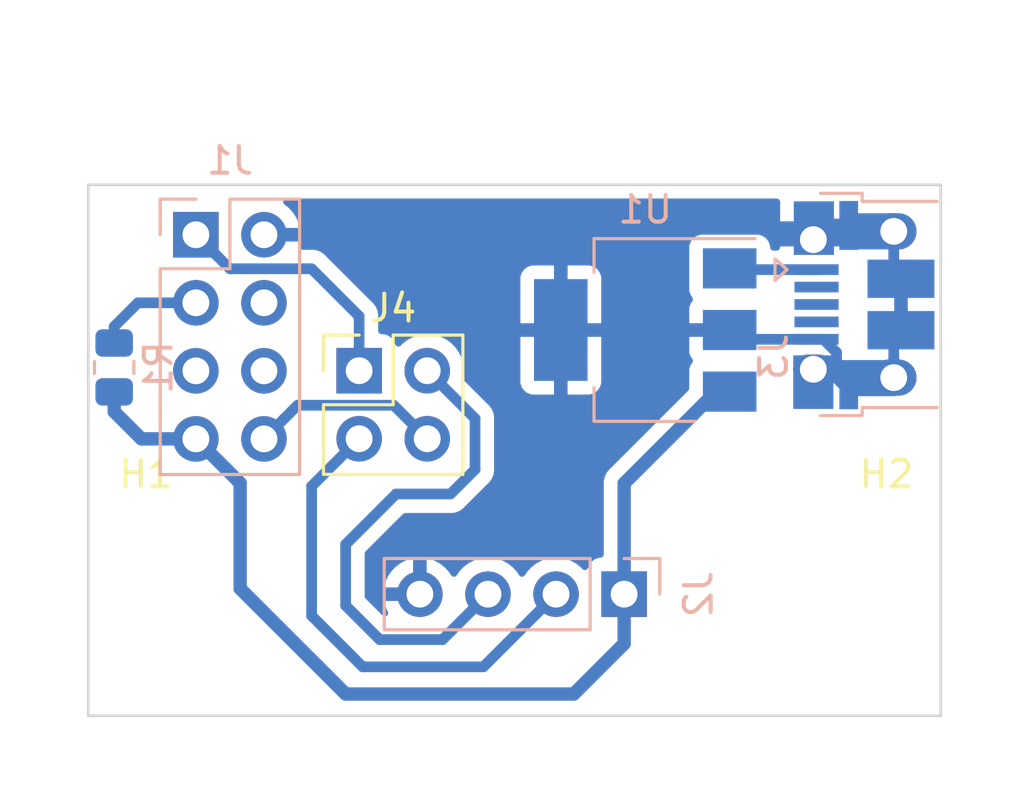
<source format=kicad_pcb>
(kicad_pcb (version 20211014) (generator pcbnew)
  (layers (0 "F.Cu" signal) (31 "B.Cu" signal) (34 "B.Paste" user) (35 "F.Paste" user) (36 "B.SilkS" user "B.Silkscreen") (37 "F.SilkS" user "F.Silkscreen") (38 "B.Mask" user) (39 "F.Mask" user) (44 "Edge.Cuts" user))
  (net 0 "")
  (net 1 "ESP_TX")
  (net 2 "GND")
  (net 3 "CH_PD")
  (net 7 "+3.3V")
  (net 8 "ESP_RX")
  (net 9 "+5V")
  (net 13 "MAX_RX")
  (net 14 "MAX_TX")
  (footprint "MountingHole:MountingHole_2.7mm_M2.5" (layer "F.Cu") (at 129.775 97.6)
    (fp_text reference "H2" (at 0 -3.7) (layer "F.SilkS"))
    (fp_text value "MountingHole")
    (pad "" np_thru_hole circle (at 0 0) (size 2.7 2.7) (drill 2.7) (layers *.Cu *.Mask))
  )
  (footprint "MountingHole:MountingHole_2.7mm_M2.5" (layer "F.Cu") (at 102.15 97.6)
    (fp_text reference "H1" (at 0 -3.7) (layer "F.SilkS"))
    (fp_text value "MountingHole")
    (pad "" np_thru_hole circle (at 0 0) (size 2.7 2.7) (drill 2.7) (layers *.Cu *.Mask))
  )
  (footprint "Connector_PinHeader_2.54mm:PinHeader_2x02_P2.54mm_Vertical" (layer "F.Cu") (at 110.104 90.038)
    (fp_text reference "J4" (at 1.27 -2.33) (layer "F.SilkS"))
    (fp_text value "Conn_02x02_Odd_Even")
    (fp_line (start -1.33 -1.33) (end 0 -1.33) (layer "F.SilkS") (width 0.12))
    (fp_line (start -1.33 0) (end -1.33 -1.33) (layer "F.SilkS") (width 0.12))
    (fp_line (start -1.33 1.27) (end 1.27 1.27) (layer "F.SilkS") (width 0.12))
    (fp_line (start 3.87 -1.33) (end 3.87 3.87) (layer "F.SilkS") (width 0.12))
    (fp_line (start -1.33 1.27) (end -1.33 3.87) (layer "F.SilkS") (width 0.12))
    (fp_line (start 1.27 1.27) (end 1.27 -1.33) (layer "F.SilkS") (width 0.12))
    (fp_line (start -1.33 3.87) (end 3.87 3.87) (layer "F.SilkS") (width 0.12))
    (fp_line (start 1.27 -1.33) (end 3.87 -1.33) (layer "F.SilkS") (width 0.12))
    (pad "1" thru_hole rect (at 0 0) (size 1.7 1.7) (drill 1) (layers *.Cu *.Mask) (net 1 "ESP_TX"))
    (pad "2" thru_hole oval (at 2.54 0) (size 1.7 1.7) (drill 1) (layers *.Cu *.Mask) (net 14 "MAX_TX"))
    (pad "3" thru_hole oval (at 0 2.54) (size 1.7 1.7) (drill 1) (layers *.Cu *.Mask) (net 13 "MAX_RX"))
    (pad "4" thru_hole oval (at 2.54 2.54) (size 1.7 1.7) (drill 1) (layers *.Cu *.Mask) (net 8 "ESP_RX"))
  )
  (footprint "Package_TO_SOT_SMD:SOT-223-3_TabPin2" (layer "B.Cu") (at 120.777 88.519 180)
    (fp_text reference "U1" (at 0 4.5) (layer "B.SilkS") (effects (justify mirror)))
    (fp_text value "KA78M05_TO252")
    (fp_line (start -1.85 -3.41) (end 1.91 -3.41) (layer "B.SilkS") (width 0.12))
    (fp_line (start 1.91 3.41) (end 1.91 2.15) (layer "B.SilkS") (width 0.12))
    (fp_line (start -4.1 3.41) (end 1.91 3.41) (layer "B.SilkS") (width 0.12))
    (fp_line (start 1.91 -3.41) (end 1.91 -2.15) (layer "B.SilkS") (width 0.12))
    (pad "1" smd rect (at -3.15 2.3 180) (size 2 1.5) (layers "B.Cu" "B.Paste" "B.Mask") (net 9 "+5V"))
    (pad "2" smd rect (at 3.15 0 180) (size 2 3.8) (layers "B.Cu" "B.Paste" "B.Mask") (net 2 "GND"))
    (pad "2" smd rect (at -3.15 0 180) (size 2 1.5) (layers "B.Cu" "B.Paste" "B.Mask") (net 2 "GND"))
    (pad "3" smd rect (at -3.15 -2.3 180) (size 2 1.5) (layers "B.Cu" "B.Paste" "B.Mask") (net 7 "+3.3V"))
  )
  (footprint "Resistor_SMD:R_0805_2012Metric" (layer "B.Cu") (at 100.965 89.916 90)
    (fp_text reference "R1" (at 0 1.65 90) (layer "B.SilkS") (effects (justify mirror)))
    (fp_text value "10k")
    (fp_line (start -0.227064 0.735) (end 0.227064 0.735) (layer "B.SilkS") (width 0.12))
    (fp_line (start -0.227064 -0.735) (end 0.227064 -0.735) (layer "B.SilkS") (width 0.12))
    (pad "1" smd roundrect (at -0.9125 0 90) (size 1.025 1.4) (layers "B.Cu" "B.Paste" "B.Mask") (roundrect_rratio 0.243902439) (net 7 "+3.3V"))
    (pad "2" smd roundrect (at 0.9125 0 90) (size 1.025 1.4) (layers "B.Cu" "B.Paste" "B.Mask") (roundrect_rratio 0.243902439) (net 3 "CH_PD"))
  )
  (footprint "Connector_PinSocket_2.54mm:PinSocket_2x04_P2.54mm_Vertical" (layer "B.Cu") (at 104.013 84.963 180)
    (fp_text reference "J1" (at -1.27 2.77) (layer "B.SilkS") (effects (justify mirror)))
    (fp_text value "Conn_02x04_Odd_Even")
    (fp_line (start -3.87 1.33) (end -3.87 -8.95) (layer "B.SilkS") (width 0.12))
    (fp_line (start 0 1.33) (end 1.33 1.33) (layer "B.SilkS") (width 0.12))
    (fp_line (start 1.33 1.33) (end 1.33 0) (layer "B.SilkS") (width 0.12))
    (fp_line (start -3.87 -8.95) (end 1.33 -8.95) (layer "B.SilkS") (width 0.12))
    (fp_line (start -1.27 1.33) (end -1.27 -1.27) (layer "B.SilkS") (width 0.12))
    (fp_line (start 1.33 -1.27) (end 1.33 -8.95) (layer "B.SilkS") (width 0.12))
    (fp_line (start -3.87 1.33) (end -1.27 1.33) (layer "B.SilkS") (width 0.12))
    (fp_line (start -1.27 -1.27) (end 1.33 -1.27) (layer "B.SilkS") (width 0.12))
    (pad "1" thru_hole rect (at 0 0 180) (size 1.7 1.7) (drill 1) (layers *.Cu *.Mask) (net 1 "ESP_TX"))
    (pad "2" thru_hole oval (at -2.54 0 180) (size 1.7 1.7) (drill 1) (layers *.Cu *.Mask) (net 2 "GND"))
    (pad "3" thru_hole oval (at 0 -2.54 180) (size 1.7 1.7) (drill 1) (layers *.Cu *.Mask) (net 3 "CH_PD"))
    (pad "4" thru_hole oval (at -2.54 -2.54 180) (size 1.7 1.7) (drill 1) (layers *.Cu *.Mask))
    (pad "5" thru_hole oval (at 0 -5.08 180) (size 1.7 1.7) (drill 1) (layers *.Cu *.Mask))
    (pad "6" thru_hole oval (at -2.54 -5.08 180) (size 1.7 1.7) (drill 1) (layers *.Cu *.Mask))
    (pad "7" thru_hole oval (at 0 -7.62 180) (size 1.7 1.7) (drill 1) (layers *.Cu *.Mask) (net 7 "+3.3V"))
    (pad "8" thru_hole oval (at -2.54 -7.62 180) (size 1.7 1.7) (drill 1) (layers *.Cu *.Mask) (net 8 "ESP_RX"))
  )
  (footprint "s3lph:USB_Micro-B_Amphenol_circularnpth" (layer "B.Cu") (at 128.933 87.591 -90)
    (fp_text reference "J3" (at 1.925 3.365 90) (layer "B.SilkS") (effects (justify mirror)))
    (fp_text value "USB_B_Micro")
    (fp_line (start 4.125 0.065) (end 4.125 1.615) (layer "B.SilkS") (width 0.12))
    (fp_line (start -4.175 0.065) (end -4.175 1.615) (layer "B.SilkS") (width 0.12))
    (fp_line (start -3.875 -2.735) (end -3.875 0.065) (layer "B.SilkS") (width 0.12))
    (fp_line (start 3.825 0.065) (end 4.125 0.065) (layer "B.SilkS") (width 0.12))
    (fp_line (start 3.825 -2.735) (end 3.825 0.065) (layer "B.SilkS") (width 0.12))
    (fp_line (start -0.925 3.315) (end -1.325 2.865) (layer "B.SilkS") (width 0.12))
    (fp_line (start -4.175 0.065) (end -3.875 0.065) (layer "B.SilkS") (width 0.12))
    (fp_line (start -1.325 2.865) (end -1.725 3.315) (layer "B.SilkS") (width 0.12))
    (fp_line (start -1.725 3.315) (end -0.925 3.315) (layer "B.SilkS") (width 0.12))
    (pad "1" smd rect (at -1.325 1.765 180) (size 1.65 0.4) (layers "B.Cu" "B.Paste" "B.Mask") (net 9 "+5V"))
    (pad "2" smd rect (at -0.675 1.765 180) (size 1.65 0.4) (layers "B.Cu" "B.Paste" "B.Mask"))
    (pad "3" smd rect (at -0.025 1.765 180) (size 1.65 0.4) (layers "B.Cu" "B.Paste" "B.Mask"))
    (pad "4" smd rect (at 0.625 1.765 180) (size 1.65 0.4) (layers "B.Cu" "B.Paste" "B.Mask"))
    (pad "5" smd rect (at 1.275 1.765 180) (size 1.65 0.4) (layers "B.Cu" "B.Paste" "B.Mask") (net 2 "GND"))
    (pad "6" thru_hole oval (at -2.445 1.885 180) (size 1.5 1.1) (drill 1) (layers *.Cu *.Mask) (net 2 "GND"))
    (pad "6" smd rect (at -2.755 -0.185 270) (size 1.35 2) (layers "B.Cu" "B.Paste" "B.Mask") (net 2 "GND"))
    (pad "6" smd rect (at 0.935 -1.385 180) (size 2.5 1.43) (layers "B.Cu" "B.Paste" "B.Mask") (net 2 "GND"))
    (pad "6" thru_hole oval (at 2.705 -1.115 180) (size 1.7 1.35) (drill 1) (layers *.Cu *.Mask) (net 2 "GND"))
    (pad "6" smd rect (at -2.875 1.865 270) (size 2 1.5) (layers "B.Cu" "B.Paste" "B.Mask") (net 2 "GND"))
    (pad "6" thru_hole oval (at -2.755 -1.115 180) (size 1.7 1.35) (drill 1) (layers *.Cu *.Mask) (net 2 "GND"))
    (pad "6" smd rect (at -0.985 -1.385 180) (size 2.5 1.43) (layers "B.Cu" "B.Paste" "B.Mask") (net 2 "GND"))
    (pad "6" smd rect (at 2.875 1.885 270) (size 2 1.5) (layers "B.Cu" "B.Paste" "B.Mask") (net 2 "GND"))
    (pad "6" smd rect (at -2.975 0.565 270) (size 1.825 0.7) (layers "B.Cu" "B.Paste" "B.Mask") (net 2 "GND"))
    (pad "6" smd rect (at 2.725 -0.185 270) (size 1.35 2) (layers "B.Cu" "B.Paste" "B.Mask") (net 2 "GND"))
    (pad "6" thru_hole oval (at 2.395 1.885 180) (size 1.5 1.1) (drill 1) (layers *.Cu *.Mask) (net 2 "GND"))
    (pad "6" smd rect (at 2.975 0.565 270) (size 1.825 0.7) (layers "B.Cu" "B.Paste" "B.Mask") (net 2 "GND"))
  )
  (footprint "Connector_PinSocket_2.54mm:PinSocket_1x04_P2.54mm_Vertical" (layer "B.Cu") (at 119.99 98.38 90)
    (fp_text reference "J2" (at 0 2.77 90) (layer "B.SilkS") (effects (justify mirror)))
    (fp_text value "Conn_01x04_Female")
    (fp_line (start 1.33 1.33) (end 1.33 0) (layer "B.SilkS") (width 0.12))
    (fp_line (start -1.33 -8.95) (end 1.33 -8.95) (layer "B.SilkS") (width 0.12))
    (fp_line (start -1.33 -1.27) (end 1.33 -1.27) (layer "B.SilkS") (width 0.12))
    (fp_line (start 0 1.33) (end 1.33 1.33) (layer "B.SilkS") (width 0.12))
    (fp_line (start -1.33 -1.27) (end -1.33 -8.95) (layer "B.SilkS") (width 0.12))
    (fp_line (start 1.33 -1.27) (end 1.33 -8.95) (layer "B.SilkS") (width 0.12))
    (pad "1" thru_hole rect (at 0 0 90) (size 1.7 1.7) (drill 1) (layers *.Cu *.Mask) (net 7 "+3.3V"))
    (pad "2" thru_hole oval (at 0 -2.54 90) (size 1.7 1.7) (drill 1) (layers *.Cu *.Mask) (net 13 "MAX_RX"))
    (pad "3" thru_hole oval (at 0 -5.08 90) (size 1.7 1.7) (drill 1) (layers *.Cu *.Mask) (net 14 "MAX_TX"))
    (pad "4" thru_hole oval (at 0 -7.62 90) (size 1.7 1.7) (drill 1) (layers *.Cu *.Mask) (net 2 "GND"))
  )
  (gr_rect (start 100 83.1) (end 131.8 102.921) (layer "Edge.Cuts") (width 0.1) (fill none))
  (segment (start 108.331 86.233) (end 105.283 86.233) (width 0.4) (layer "B.Cu") (net 1))
  (segment (start 110.104 90.038) (end 110.104 88.006) (width 0.4) (layer "B.Cu") (net 1))
  (segment (start 110.104 88.006) (end 108.331 86.233) (width 0.4) (layer "B.Cu") (net 1))
  (segment (start 105.283 86.233) (end 104.013 84.963) (width 0.4) (layer "B.Cu") (net 1))
  (segment (start 127.4232 88.866) (end 127.9144 89.3572) (width 0.4) (layer "B.Cu") (net 2))
  (segment (start 128.118 90.316) (end 129.118 90.316) (width 0.4) (layer "B.Cu") (net 2))
  (segment (start 127.168 88.866) (end 127.4232 88.866) (width 0.4) (layer "B.Cu") (net 2))
  (segment (start 127.358 90.296) (end 127.048 89.986) (width 0.4) (layer "B.Cu") (net 2))
  (segment (start 130.048 90.296) (end 130.048 88.796) (width 0.4) (layer "B.Cu") (net 2))
  (segment (start 130.048 84.836) (end 130.048 86.336) (width 0.4) (layer "B.Cu") (net 2))
  (segment (start 130.048 88.796) (end 130.318 88.526) (width 0.4) (layer "B.Cu") (net 2))
  (segment (start 127.9144 89.3572) (end 127.9144 90.3224) (width 0.4) (layer "B.Cu") (net 2))
  (segment (start 127.168 88.866) (end 124.274 88.866) (width 0.4) (layer "B.Cu") (net 2))
  (segment (start 130.048 86.336) (end 130.318 86.606) (width 0.4) (layer "B.Cu") (net 2))
  (segment (start 127.9144 90.3224) (end 128.158 90.566) (width 0.4) (layer "B.Cu") (net 2))
  (segment (start 128.158 90.566) (end 128.368 90.566) (width 0.4) (layer "B.Cu") (net 2))
  (segment (start 124.274 88.866) (end 123.927 88.519) (width 0.4) (layer "B.Cu") (net 2))
  (segment (start 101.854 87.503) (end 100.965 88.392) (width 0.4) (layer "B.Cu") (net 3))
  (segment (start 104.013 87.503) (end 101.854 87.503) (width 0.4) (layer "B.Cu") (net 3))
  (segment (start 100.965 88.392) (end 100.965 89.0035) (width 0.4) (layer "B.Cu") (net 3))
  (segment (start 119.99 94.248) (end 123.419 90.819) (width 0.5) (layer "B.Cu") (net 7))
  (segment (start 100.965 91.567) (end 100.965 90.8285) (width 0.5) (layer "B.Cu") (net 7))
  (segment (start 118.11 102.108) (end 109.601 102.108) (width 0.5) (layer "B.Cu") (net 7))
  (segment (start 119.99 98.38) (end 119.99 94.248) (width 0.5) (layer "B.Cu") (net 7))
  (segment (start 119.99 98.38) (end 119.99 100.228) (width 0.5) (layer "B.Cu") (net 7))
  (segment (start 119.99 100.228) (end 118.11 102.108) (width 0.5) (layer "B.Cu") (net 7))
  (segment (start 101.981 92.583) (end 100.965 91.567) (width 0.5) (layer "B.Cu") (net 7))
  (segment (start 104.013 92.583) (end 101.981 92.583) (width 0.5) (layer "B.Cu") (net 7))
  (segment (start 105.664 98.171) (end 105.664 94.234) (width 0.5) (layer "B.Cu") (net 7))
  (segment (start 109.601 102.108) (end 105.664 98.171) (width 0.5) (layer "B.Cu") (net 7))
  (segment (start 123.419 90.819) (end 123.927 90.819) (width 0.5) (layer "B.Cu") (net 7))
  (segment (start 105.664 94.234) (end 104.013 92.583) (width 0.5) (layer "B.Cu") (net 7))
  (segment (start 107.808 91.328) (end 111.394 91.328) (width 0.4) (layer "B.Cu") (net 8))
  (segment (start 111.394 91.328) (end 112.644 92.578) (width 0.4) (layer "B.Cu") (net 8))
  (segment (start 106.553 92.583) (end 107.808 91.328) (width 0.4) (layer "B.Cu") (net 8))
  (segment (start 123.974 86.266) (end 123.927 86.219) (width 0.4) (layer "B.Cu") (net 9))
  (segment (start 127.168 86.266) (end 123.974 86.266) (width 0.4) (layer "B.Cu") (net 9))
  (segment (start 117.45 98.38) (end 114.738 101.092) (width 0.4) (layer "B.Cu") (net 13))
  (segment (start 108.331 99.187) (end 108.331 94.351) (width 0.4) (layer "B.Cu") (net 13))
  (segment (start 110.236 101.092) (end 108.331 99.187) (width 0.4) (layer "B.Cu") (net 13))
  (segment (start 108.331 94.351) (end 110.104 92.578) (width 0.4) (layer "B.Cu") (net 13))
  (segment (start 114.738 101.092) (end 110.236 101.092) (width 0.4) (layer "B.Cu") (net 13))
  (segment (start 111.4806 94.6404) (end 113.5126 94.6404) (width 0.4) (layer "B.Cu") (net 14))
  (segment (start 110.871 100.076) (end 109.601 98.806) (width 0.4) (layer "B.Cu") (net 14))
  (segment (start 114.427 93.726) (end 114.427 91.821) (width 0.4) (layer "B.Cu") (net 14))
  (segment (start 114.427 91.821) (end 112.644 90.038) (width 0.4) (layer "B.Cu") (net 14))
  (segment (start 109.601 98.806) (end 109.601 96.52) (width 0.4) (layer "B.Cu") (net 14))
  (segment (start 113.214 100.076) (end 110.871 100.076) (width 0.4) (layer "B.Cu") (net 14))
  (segment (start 109.601 96.52) (end 111.4806 94.6404) (width 0.4) (layer "B.Cu") (net 14))
  (segment (start 113.5126 94.6404) (end 114.427 93.726) (width 0.4) (layer "B.Cu") (net 14))
  (segment (start 114.91 98.38) (end 113.214 100.076) (width 0.4) (layer "B.Cu") (net 14))
  (zone (net 0) (net_name "") (layer "B.Cu") (connect_pads (clearance 0)) (min_thickness 0.254)
    (keepout (tracks allowed) (vias allowed) (pads allowed) (copperpour not_allowed) (footprints allowed))
    (fill (thermal_gap 0.508) (thermal_bridge_width 0.508))
    (polygon (pts (xy 126.3396 88.646) (xy 124.9172 88.646) (xy 124.9172 86.6648) (xy 126.3396 86.6648)))
  )
  (zone (net 0) (net_name "") (layer "B.Cu") (name "No THT") (connect_pads (clearance 0)) (min_thickness 0.254)
    (keepout (tracks allowed) (vias allowed) (pads not_allowed) (copperpour not_allowed) (footprints not_allowed))
    (fill (thermal_gap 0.508) (thermal_bridge_width 0.508))
    (polygon (pts (xy 132.3848 89.1032) (xy 131.7752 102.9208) (xy 118.11 102.8192) (xy 120.0404 100.1268) (xy 120.002539 93.940619) (xy 125.222 88.8492)))
  )
  (zone (net 2) (net_name "GND") (layer "B.Cu") (connect_pads (clearance 0.508)) (min_thickness 0.254) (fill yes (thermal_gap 0.508) (thermal_bridge_width 0.508))
    (polygon (pts (xy 131.826 102.87) (xy 99.949 102.87) (xy 99.949 83.058) (xy 131.826 83.058)))
  )
)
</source>
